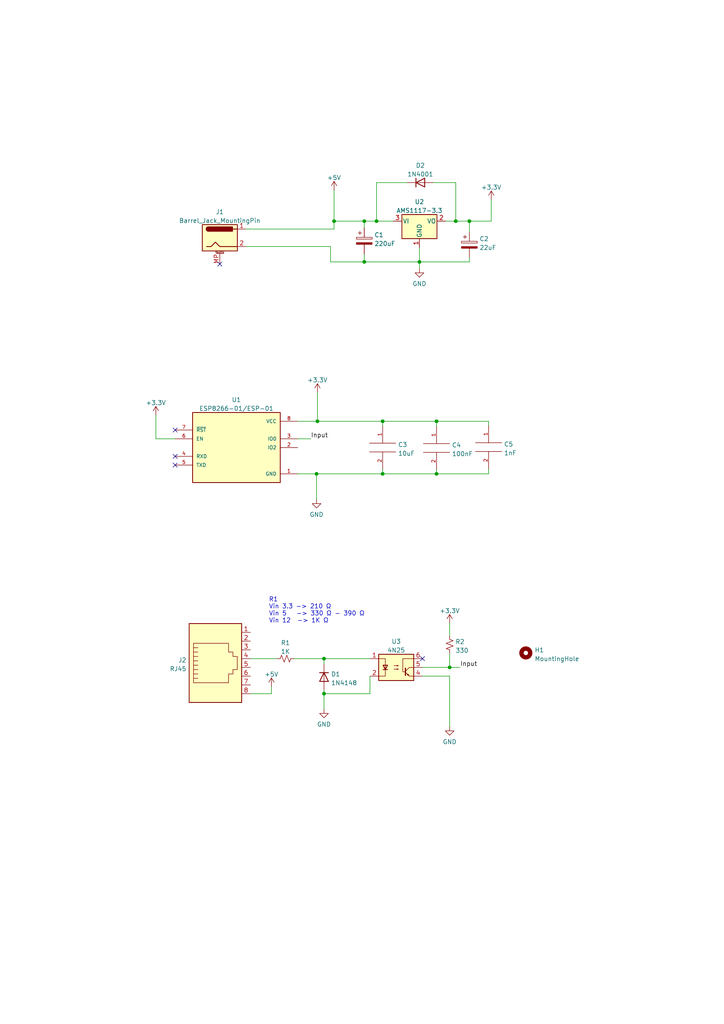
<source format=kicad_sch>
(kicad_sch (version 20211123) (generator eeschema)
  (paper "A4" portrait)
  (lib_symbols
    (symbol "Connector:Barrel_Jack_MountingPin" (pin_names hide)
      (property "Reference" "J" (at 0 5.334 0))
      (property "Value" "Barrel_Jack_MountingPin" (at 1.27 -6.35 0))
      (symbol "Barrel_Jack_MountingPin_0_1"
        (rectangle (start -5.08 3.81) (end 5.08 -3.81) (stroke (width 0.254)) (fill (type background)))
        (arc (start -3.302 3.175) (mid -3.937 2.54) (end -3.302 1.905) (stroke (width 0.254)))
        (arc (start -3.302 3.175) (mid -3.937 2.54) (end -3.302 1.905) (stroke (width 0.254)) (fill (type outline)))
        (polyline (pts (xy 5.08 2.54) (xy 3.81 2.54)) (stroke (width 0.254)))
        (polyline (pts (xy -3.81 -2.54) (xy -2.54 -2.54) (xy -1.27 -1.27) (xy 0 -2.54) (xy 2.54 -2.54) (xy 5.08 -2.54)) (stroke (width 0.254)))
        (rectangle (start 3.683 3.175) (end -3.302 1.905) (stroke (width 0.254)) (fill (type outline)))
      )
      (symbol "Barrel_Jack_MountingPin_1_1"
        (polyline (pts (xy -1.016 -4.572) (xy 1.016 -4.572)) (stroke (width 0.1524)))
        (text "Mounting" (at 0 -4.191 0) (effects (font (size 0.381 0.381))))
        (pin passive line (at 7.62 2.54 180) (length 2.54) (name "~") (number "1"))
        (pin passive line (at 7.62 -2.54 180) (length 2.54) (name "~") (number "2"))
        (pin passive line (at 0 -7.62 90) (length 3.048) (name "MountPin") (number "MP"))
      )
    )
    (symbol "Connector:RJ45" (pin_names (offset 1.016))
      (property "Reference" "J" (at -5.08 13.97 0))
      (property "Value" "RJ45" (at 2.54 13.97 0))
      (symbol "RJ45_0_1"
        (polyline (pts (xy -5.08 4.445) (xy -6.35 4.445)))
        (polyline (pts (xy -5.08 5.715) (xy -6.35 5.715)))
        (polyline (pts (xy -6.35 -3.175) (xy -5.08 -3.175) (xy -5.08 -3.175)))
        (polyline (pts (xy -6.35 -1.905) (xy -5.08 -1.905) (xy -5.08 -1.905)))
        (polyline (pts (xy -6.35 -0.635) (xy -5.08 -0.635) (xy -5.08 -0.635)))
        (polyline (pts (xy -6.35 0.635) (xy -5.08 0.635) (xy -5.08 0.635)))
        (polyline (pts (xy -6.35 1.905) (xy -5.08 1.905) (xy -5.08 1.905)))
        (polyline (pts (xy -5.08 3.175) (xy -6.35 3.175) (xy -6.35 3.175)))
        (polyline (pts (xy -6.35 -4.445) (xy -6.35 6.985) (xy 3.81 6.985) (xy 3.81 4.445) (xy 5.08 4.445) (xy 5.08 3.175) (xy 6.35 3.175) (xy 6.35 -0.635) (xy 5.08 -0.635) (xy 5.08 -1.905) (xy 3.81 -1.905) (xy 3.81 -4.445) (xy -6.35 -4.445) (xy -6.35 -4.445)))
        (rectangle (start 7.62 12.7) (end -7.62 -10.16) (stroke (width 0.254)) (fill (type background)))
      )
      (symbol "RJ45_1_1"
        (pin passive line (at 10.16 -7.62 180) (length 2.54) (name "~") (number "1"))
        (pin passive line (at 10.16 -5.08 180) (length 2.54) (name "~") (number "2"))
        (pin passive line (at 10.16 -2.54 180) (length 2.54) (name "~") (number "3"))
        (pin passive line (at 10.16 0 180) (length 2.54) (name "~") (number "4"))
        (pin passive line (at 10.16 2.54 180) (length 2.54) (name "~") (number "5"))
        (pin passive line (at 10.16 5.08 180) (length 2.54) (name "~") (number "6"))
        (pin passive line (at 10.16 7.62 180) (length 2.54) (name "~") (number "7"))
        (pin passive line (at 10.16 10.16 180) (length 2.54) (name "~") (number "8"))
      )
    )
    (symbol "Device:C_Polarized" (pin_numbers hide) (pin_names (offset 0.254))
      (property "Reference" "C" (at 0.635 2.54 0))
      (property "Value" "C_Polarized" (at 0.635 -2.54 0))
      (symbol "C_Polarized_0_1"
        (rectangle (start -2.286 0.508) (end 2.286 1.016))
        (polyline (pts (xy -1.778 2.286) (xy -0.762 2.286)))
        (polyline (pts (xy -1.27 2.794) (xy -1.27 1.778)))
        (rectangle (start 2.286 -0.508) (end -2.286 -1.016) (fill (type outline)))
      )
      (symbol "C_Polarized_1_1"
        (pin passive line (at 0 3.81 270) (length 2.794) (name "~") (number "1"))
        (pin passive line (at 0 -3.81 90) (length 2.794) (name "~") (number "2"))
      )
    )
    (symbol "Device:R_Small_US" (pin_numbers hide) (pin_names (offset 0.254) hide)
      (property "Reference" "R" (at 0.762 0.508 0))
      (property "Value" "R_Small_US" (at 0.762 -1.016 0))
      (symbol "R_Small_US_1_1"
        (polyline (pts (xy 0 0) (xy 1.016 -0.381) (xy 0 -0.762) (xy -1.016 -1.143) (xy 0 -1.524)))
        (polyline (pts (xy 0 1.524) (xy 1.016 1.143) (xy 0 0.762) (xy -1.016 0.381) (xy 0 0)))
        (pin passive line (at 0 2.54 270) (length 1.016) (name "~") (number "1"))
        (pin passive line (at 0 -2.54 90) (length 1.016) (name "~") (number "2"))
      )
    )
    (symbol "Diode:1N4001" (pin_numbers hide) (pin_names (offset 1.016) hide)
      (property "Reference" "D" (at 0 2.54 0))
      (property "Value" "1N4001" (at 0 -2.54 0))
      (symbol "1N4001_0_1"
        (polyline (pts (xy -1.27 1.27) (xy -1.27 -1.27)) (stroke (width 0.254)))
        (polyline (pts (xy 1.27 0) (xy -1.27 0)))
        (polyline (pts (xy 1.27 1.27) (xy 1.27 -1.27) (xy -1.27 0) (xy 1.27 1.27)) (stroke (width 0.254)))
      )
      (symbol "1N4001_1_1"
        (pin passive line (at -3.81 0 0) (length 2.54) (name "K") (number "1"))
        (pin passive line (at 3.81 0 180) (length 2.54) (name "A") (number "2"))
      )
    )
    (symbol "Diode:1N4148" (pin_numbers hide) (pin_names (offset 1.016) hide)
      (property "Reference" "D" (at 0 2.54 0))
      (property "Value" "1N4148" (at 0 -2.54 0))
      (symbol "1N4148_0_1"
        (polyline (pts (xy -1.27 1.27) (xy -1.27 -1.27)) (stroke (width 0.254)))
        (polyline (pts (xy 1.27 0) (xy -1.27 0)))
        (polyline (pts (xy 1.27 1.27) (xy 1.27 -1.27) (xy -1.27 0) (xy 1.27 1.27)) (stroke (width 0.254)))
      )
      (symbol "1N4148_1_1"
        (pin passive line (at -3.81 0 0) (length 2.54) (name "K") (number "1"))
        (pin passive line (at 3.81 0 180) (length 2.54) (name "A") (number "2"))
      )
    )
    (symbol "ESP8266-01_ESP-01:ESP8266-01{brace}slash}ESP-01" (pin_names (offset 1.016))
      (property "Reference" "U" (at -12.7 10.668 0))
      (property "Value" "ESP8266-01{brace}slash}ESP-01" (at -12.7254 -12.7254 0))
      (symbol "ESP8266-01{brace}slash}ESP-01_0_0"
        (rectangle (start -12.7 -10.16) (end 12.7 10.16) (stroke (width 0.254)) (fill (type background)))
        (pin power_in line (at 17.78 -7.62 180) (length 5.08) (name "GND") (number "1"))
        (pin bidirectional line (at 17.78 0 180) (length 5.08) (name "IO2") (number "2"))
        (pin bidirectional line (at 17.78 2.54 180) (length 5.08) (name "IO0") (number "3"))
        (pin input line (at -17.78 -2.54 0) (length 5.08) (name "RXD") (number "4"))
        (pin output line (at -17.78 -5.08 0) (length 5.08) (name "TXD") (number "5"))
        (pin input line (at -17.78 2.54 0) (length 5.08) (name "EN") (number "6"))
        (pin input line (at -17.78 5.08 0) (length 5.08) (name "~{RST}") (number "7"))
        (pin power_in line (at 17.78 7.62 180) (length 5.08) (name "VCC") (number "8"))
      )
    )
    (symbol "Isolator:4N25" (pin_names (offset 1.016))
      (property "Reference" "U" (at -5.08 5.08 0))
      (property "Value" "4N25" (at 0 5.08 0))
      (symbol "4N25_0_1"
        (rectangle (start -5.08 3.81) (end 5.08 -3.81) (stroke (width 0.254)) (fill (type background)))
        (polyline (pts (xy -3.81 -0.635) (xy -2.54 -0.635)) (stroke (width 0.254)))
        (polyline (pts (xy 2.667 -1.397) (xy 3.81 -2.54)))
        (polyline (pts (xy 2.667 -1.143) (xy 3.81 0)))
        (polyline (pts (xy 3.81 -2.54) (xy 5.08 -2.54)))
        (polyline (pts (xy 3.81 0) (xy 5.08 0)))
        (polyline (pts (xy 2.667 -0.254) (xy 2.667 -2.286) (xy 2.667 -2.286)) (stroke (width 0.3556)))
        (polyline (pts (xy -5.08 -2.54) (xy -3.175 -2.54) (xy -3.175 2.54) (xy -5.08 2.54)))
        (polyline (pts (xy -3.175 -0.635) (xy -3.81 0.635) (xy -2.54 0.635) (xy -3.175 -0.635)) (stroke (width 0.254)))
        (polyline (pts (xy 3.683 -2.413) (xy 3.429 -1.905) (xy 3.175 -2.159) (xy 3.683 -2.413)))
        (polyline (pts (xy 5.08 2.54) (xy 1.905 2.54) (xy 1.905 -1.27) (xy 2.54 -1.27)))
        (polyline (pts (xy -0.635 -0.508) (xy 0.635 -0.508) (xy 0.254 -0.635) (xy 0.254 -0.381) (xy 0.635 -0.508)))
        (polyline (pts (xy -0.635 0.508) (xy 0.635 0.508) (xy 0.254 0.381) (xy 0.254 0.635) (xy 0.635 0.508)))
      )
      (symbol "4N25_1_1"
        (pin passive line (at -7.62 2.54 0) (length 2.54) (name "~") (number "1"))
        (pin passive line (at -7.62 -2.54 0) (length 2.54) (name "~") (number "2"))
        (pin no_connect line (at -5.08 0 0) (length 2.54) hide (name "NC") (number "3"))
        (pin passive line (at 7.62 -2.54 180) (length 2.54) (name "~") (number "4"))
        (pin passive line (at 7.62 0 180) (length 2.54) (name "~") (number "5"))
        (pin passive line (at 7.62 2.54 180) (length 2.54) (name "~") (number "6"))
      )
    )
    (symbol "Mechanical:MountingHole" (pin_names (offset 1.016))
      (property "Reference" "H" (at 0 5.08 0))
      (property "Value" "MountingHole" (at 0 3.175 0))
      (symbol "MountingHole_0_1"
        (circle (center 0 0) (radius 1.27) (stroke (width 1.27)))
      )
    )
    (symbol "Regulator_Linear:AMS1117-3.3" (pin_names (offset 0.254))
      (property "Reference" "U" (at -3.81 3.175 0))
      (property "Value" "AMS1117-3.3" (at 0 3.175 0))
      (symbol "AMS1117-3.3_0_1"
        (rectangle (start -5.08 -5.08) (end 5.08 1.905) (stroke (width 0.254)) (fill (type background)))
      )
      (symbol "AMS1117-3.3_1_1"
        (pin power_in line (at 0 -7.62 90) (length 2.54) (name "GND") (number "1"))
        (pin power_out line (at 7.62 0 180) (length 2.54) (name "VO") (number "2"))
        (pin power_in line (at -7.62 0 0) (length 2.54) (name "VI") (number "3"))
      )
    )
    (symbol "power:+3.3V" (power) (pin_names (offset 0))
      (property "Value" "+3.3V" (at 0 3.556 0))
      (symbol "+3.3V_0_1"
        (polyline (pts (xy -0.762 1.27) (xy 0 2.54)))
        (polyline (pts (xy 0 0) (xy 0 2.54)))
        (polyline (pts (xy 0 2.54) (xy 0.762 1.27)))
      )
      (symbol "+3.3V_1_1"
        (pin power_in line (at 0 0 90) (length 0) hide (name "+3.3V") (number "1"))
      )
    )
    (symbol "power:+5V" (power) (pin_names (offset 0))
      (property "Value" "+5V" (at 0 3.556 0))
      (symbol "+5V_0_1"
        (polyline (pts (xy -0.762 1.27) (xy 0 2.54)))
        (polyline (pts (xy 0 0) (xy 0 2.54)))
        (polyline (pts (xy 0 2.54) (xy 0.762 1.27)))
      )
      (symbol "+5V_1_1"
        (pin power_in line (at 0 0 90) (length 0) hide (name "+5V") (number "1"))
      )
    )
    (symbol "power:GND" (power) (pin_names (offset 0))
      (property "Value" "GND" (at 0 -3.81 0))
      (symbol "GND_0_1"
        (polyline (pts (xy 0 0) (xy 0 -1.27) (xy 1.27 -1.27) (xy 0 -2.54) (xy -1.27 -1.27) (xy 0 -1.27)))
      )
      (symbol "GND_1_1"
        (pin power_in line (at 0 0 270) (length 0) hide (name "GND") (number "1"))
      )
    )
    (symbol "pspice:CAP" (pin_names (offset 0.254))
      (property "Reference" "C" (at 2.54 3.81 90))
      (property "Value" "CAP" (at 2.54 -3.81 90))
      (symbol "CAP_0_1"
        (polyline (pts (xy -3.81 -1.27) (xy 3.81 -1.27)))
        (polyline (pts (xy -3.81 1.27) (xy 3.81 1.27)))
      )
      (symbol "CAP_1_1"
        (pin passive line (at 0 6.35 270) (length 5.08) (name "~") (number "1"))
        (pin passive line (at 0 -6.35 90) (length 5.08) (name "~") (number "2"))
      )
    )
  )
  (junction (at 110.998 122.174))
  (junction (at 126.619 137.414))
  (junction (at 105.664 64.135))
  (junction (at 126.619 122.174))
  (junction (at 110.998 137.414))
  (junction (at 132.207 64.135))
  (junction (at 109.22 64.135))
  (junction (at 93.98 191.008))
  (junction (at 93.98 201.168))
  (junction (at 130.429 193.548))
  (junction (at 105.664 75.946))
  (junction (at 121.666 75.946))
  (junction (at 96.901 64.135))
  (junction (at 92.075 122.174))
  (junction (at 91.821 137.414))
  (junction (at 136.144 64.135))
  (no_connect (at 50.8 134.874))
  (no_connect (at 50.8 132.334))
  (no_connect (at 50.8 124.714))
  (no_connect (at 122.555 191.008))
  (no_connect (at 63.754 76.581))
  (wire (pts (xy 45.212 127.254) (xy 50.8 127.254)))
  (wire (pts (xy 136.144 64.135) (xy 132.207 64.135)))
  (wire (pts (xy 126.619 122.174) (xy 126.619 123.571)))
  (wire (pts (xy 92.075 122.174) (xy 110.998 122.174)))
  (wire (pts (xy 85.344 191.008) (xy 93.98 191.008)))
  (wire (pts (xy 121.666 75.946) (xy 121.666 77.851)))
  (wire (pts (xy 71.374 66.421) (xy 96.901 66.421)))
  (wire (pts (xy 132.207 64.135) (xy 132.207 52.959)))
  (wire (pts (xy 105.664 64.135) (xy 96.901 64.135)))
  (wire (pts (xy 93.98 191.008) (xy 93.98 192.532)))
  (wire (pts (xy 93.98 200.152) (xy 93.98 201.168)))
  (wire (pts (xy 92.075 122.174) (xy 92.075 113.792)))
  (wire (pts (xy 130.429 193.548) (xy 133.477 193.548)))
  (wire (pts (xy 78.74 199.136) (xy 78.74 201.168)))
  (wire (pts (xy 90.17 127.254) (xy 86.36 127.254)))
  (wire (pts (xy 71.374 71.501) (xy 95.885 71.501)))
  (wire (pts (xy 96.901 66.421) (xy 96.901 64.135)))
  (wire (pts (xy 141.732 137.414) (xy 126.619 137.414)))
  (wire (pts (xy 110.998 122.174) (xy 110.998 123.444)))
  (wire (pts (xy 126.619 136.271) (xy 126.619 137.414)))
  (wire (pts (xy 107.315 196.088) (xy 107.315 201.168)))
  (wire (pts (xy 96.901 64.135) (xy 96.901 55.118)))
  (wire (pts (xy 126.619 122.174) (xy 141.732 122.174)))
  (wire (pts (xy 126.619 137.414) (xy 110.998 137.414)))
  (wire (pts (xy 118.11 52.959) (xy 109.22 52.959)))
  (wire (pts (xy 114.046 64.135) (xy 109.22 64.135)))
  (wire (pts (xy 93.98 201.168) (xy 107.315 201.168)))
  (wire (pts (xy 72.644 191.008) (xy 80.264 191.008)))
  (wire (pts (xy 93.98 191.008) (xy 107.315 191.008)))
  (wire (pts (xy 95.885 71.501) (xy 95.885 75.946)))
  (wire (pts (xy 110.998 137.414) (xy 110.998 136.144)))
  (wire (pts (xy 109.22 52.959) (xy 109.22 64.135)))
  (wire (pts (xy 45.212 120.396) (xy 45.212 127.254)))
  (wire (pts (xy 130.429 189.484) (xy 130.429 193.548)))
  (wire (pts (xy 122.555 196.088) (xy 130.429 196.088)))
  (wire (pts (xy 132.207 64.135) (xy 129.286 64.135)))
  (wire (pts (xy 121.666 75.946) (xy 105.664 75.946)))
  (wire (pts (xy 91.821 137.414) (xy 110.998 137.414)))
  (wire (pts (xy 78.74 201.168) (xy 72.644 201.168)))
  (wire (pts (xy 91.821 137.414) (xy 91.821 144.78)))
  (wire (pts (xy 105.664 64.135) (xy 105.664 66.04)))
  (wire (pts (xy 95.885 75.946) (xy 105.664 75.946)))
  (wire (pts (xy 110.998 122.174) (xy 126.619 122.174)))
  (wire (pts (xy 136.144 75.946) (xy 121.666 75.946)))
  (wire (pts (xy 105.664 75.946) (xy 105.664 73.66)))
  (wire (pts (xy 141.732 136.017) (xy 141.732 137.414)))
  (wire (pts (xy 86.36 122.174) (xy 92.075 122.174)))
  (wire (pts (xy 142.494 64.135) (xy 136.144 64.135)))
  (wire (pts (xy 130.429 196.088) (xy 130.429 210.693)))
  (wire (pts (xy 132.207 52.959) (xy 125.73 52.959)))
  (wire (pts (xy 86.36 137.414) (xy 91.821 137.414)))
  (wire (pts (xy 130.429 180.721) (xy 130.429 184.404)))
  (wire (pts (xy 142.494 57.912) (xy 142.494 64.135)))
  (wire (pts (xy 122.555 193.548) (xy 130.429 193.548)))
  (wire (pts (xy 121.666 71.755) (xy 121.666 75.946)))
  (wire (pts (xy 109.22 64.135) (xy 105.664 64.135)))
  (wire (pts (xy 136.144 74.803) (xy 136.144 75.946)))
  (wire (pts (xy 93.98 201.168) (xy 93.98 205.613)))
  (wire (pts (xy 136.144 67.183) (xy 136.144 64.135)))
  (wire (pts (xy 141.732 122.174) (xy 141.732 123.317)))
  (text "R1\nVin 3.3 -> 210 Ω\nVin 5   -> 330 Ω - 390 Ω\nVin 12  -> 1K Ω" (at 77.978 180.848 0) (effects (font (size 1.27 1.27)) (justify left bottom)))
  (label "Input" (at 133.477 193.548 0))
  (label "Input" (at 90.17 127.254 0))
  (symbol (lib_id "power:+3.3V") (at 130.429 180.721 0) (unit 1)
    (property "Reference" "#PWR08" (effects hide))
    (property "Value" "+3.3V" (at 130.429 177.1452 0))
  )
  (symbol (lib_id "Device:C_Polarized") (at 105.664 69.85 0) (unit 1)
    (property "Reference" "C1" (at 108.585 68.1263 0) (effects (justify left)))
    (property "Value" "220uF" (at 108.585 70.6632 0) (effects (justify left)))
    (property "Footprint" "Capacitor_THT:CP_Radial_D7.5mm_P2.50mm" (effects hide))
  )
  (symbol (lib_id "Device:C_Polarized") (at 136.144 70.993 0) (unit 1)
    (property "Reference" "C2" (at 139.065 69.2693 0) (effects (justify left)))
    (property "Value" "22uF" (at 139.065 71.8062 0) (effects (justify left)))
    (property "Footprint" "Capacitor_THT:CP_Radial_D5.0mm_P2.00mm" (effects hide))
  )
  (symbol (lib_id "Device:R_Small_US") (at 130.429 186.944 0) (unit 1)
    (property "Reference" "R2" (at 132.08 186.1093 0) (effects (justify left)))
    (property "Value" "330" (at 132.08 188.6462 0) (effects (justify left)))
    (property "Footprint" "Resistor_THT:R_Axial_DIN0309_L9.0mm_D3.2mm_P12.70mm_Horizontal" (effects hide))
  )
  (symbol (lib_id "pspice:CAP") (at 141.732 129.667 0) (unit 1)
    (property "Reference" "C5" (at 146.177 128.8323 0) (effects (justify left)))
    (property "Value" "1nF" (at 146.177 131.3692 0) (effects (justify left)))
    (property "Footprint" "Capacitor_SMD:C_0805_2012Metric_Pad1.18x1.45mm_HandSolder" (effects hide))
  )
  (symbol (lib_id "power:GND") (at 130.429 210.693 0) (unit 1)
    (property "Reference" "#PWR09" (effects hide))
    (property "Value" "GND" (at 130.429 215.1364 0))
  )
  (symbol (lib_id "pspice:CAP") (at 126.619 129.921 0) (unit 1)
    (property "Reference" "C4" (at 131.064 129.0863 0) (effects (justify left)))
    (property "Value" "100nF" (at 131.064 131.6232 0) (effects (justify left)))
    (property "Footprint" "Capacitor_SMD:C_0805_2012Metric_Pad1.18x1.45mm_HandSolder" (effects hide))
  )
  (symbol (lib_id "power:+3.3V") (at 142.494 57.912 0) (unit 1)
    (property "Reference" "#PWR07" (effects hide))
    (property "Value" "+3.3V" (at 142.494 54.3362 0))
  )
  (symbol (lib_id "ESP8266-01_ESP-01:ESP8266-01{brace}slash}ESP-01") (at 68.58 129.794 0) (unit 1)
    (property "Reference" "U1" (at 68.58 115.9342 0))
    (property "Value" "ESP8266-01{slash}ESP-01" (at 68.58 118.4711 0))
    (property "Footprint" "ESP8266:XCVR_ESP8266-01_ESP-01" (effects hide))
    (property "MAXIMUM_PACKAGE_HEIGHT" "11.2 mm" (effects hide))
    (property "STANDARD" "Manufacturer recommendations or IPC 7351B" (effects hide))
    (property "PARTREV" "V1.2" (effects hide))
    (property "MANUFACTURER" "AI-Thinker" (effects hide))
  )
  (symbol (lib_id "Mechanical:MountingHole") (at 152.527 189.357 0) (unit 1)
    (property "Reference" "H1" (at 155.067 188.5223 0) (effects (justify left)))
    (property "Value" "MountingHole" (at 155.067 191.0592 0) (effects (justify left)))
    (property "Footprint" "MountingHole:MountingHole_3.2mm_M3" (effects hide))
  )
  (symbol (lib_id "Connector:RJ45") (at 62.484 191.008 0) (mirror x) (unit 1)
    (property "Reference" "J2" (at 54.1021 191.4433 0) (effects (justify right)))
    (property "Value" "RJ45" (at 54.1021 193.9802 0) (effects (justify right)))
    (property "Footprint" "Connector_RJ:RJ45_Amphenol_54602-x08_Horizontal" (effects hide))
  )
  (symbol (lib_id "power:+5V") (at 96.901 55.118 0) (unit 1)
    (property "Reference" "#PWR01" (effects hide))
    (property "Value" "+5V" (at 96.901 51.5422 0))
  )
  (symbol (lib_id "power:GND") (at 93.98 205.613 0) (unit 1)
    (property "Reference" "#PWR05" (effects hide))
    (property "Value" "GND" (at 93.98 210.0564 0))
  )
  (symbol (lib_id "Diode:1N4001") (at 121.92 52.959 0) (unit 1)
    (property "Reference" "D2" (at 121.92 47.9892 0))
    (property "Value" "1N4001" (at 121.92 50.5261 0))
    (property "Footprint" "Diode_THT:D_DO-41_SOD81_P10.16mm_Horizontal" (effects hide))
    (property "Datasheet" "http://www.vishay.com/docs/88503/1n4001.pdf" (effects hide))
  )
  (symbol (lib_id "power:GND") (at 121.666 77.851 0) (unit 1)
    (property "Reference" "#PWR06" (effects hide))
    (property "Value" "GND" (at 121.666 82.2944 0))
  )
  (symbol (lib_id "Connector:Barrel_Jack_MountingPin") (at 63.754 68.961 0) (unit 1)
    (property "Reference" "J1" (at 63.754 61.4512 0))
    (property "Value" "Barrel_Jack_MountingPin" (at 63.754 63.9881 0))
    (property "Footprint" "Connector_BarrelJack:BarrelJack_GCT_DCJ200-10-A_Horizontal" (effects hide))
  )
  (symbol (lib_id "Isolator:4N25") (at 114.935 193.548 0) (unit 1)
    (property "Reference" "U3" (at 114.935 186.0382 0))
    (property "Value" "4N25" (at 114.935 188.5751 0))
    (property "Footprint" "Package_DIP:DIP-6_W7.62mm" (effects hide))
    (property "Datasheet" "https://www.vishay.com/docs/83725/4n25.pdf" (effects hide))
  )
  (symbol (lib_id "power:+3.3V") (at 92.075 113.792 0) (unit 1)
    (property "Reference" "#PWR04" (effects hide))
    (property "Value" "+3.3V" (at 92.075 110.2162 0))
  )
  (symbol (lib_id "pspice:CAP") (at 110.998 129.794 0) (unit 1)
    (property "Reference" "C3" (at 115.443 128.9593 0) (effects (justify left)))
    (property "Value" "10uF" (at 115.443 131.4962 0) (effects (justify left)))
    (property "Footprint" "Capacitor_SMD:C_0805_2012Metric_Pad1.18x1.45mm_HandSolder" (effects hide))
  )
  (symbol (lib_id "power:+3.3V") (at 45.212 120.396 0) (unit 1)
    (property "Reference" "#PWR0101" (effects hide))
    (property "Value" "+3.3V" (at 45.212 116.8202 0))
  )
  (symbol (lib_id "Regulator_Linear:AMS1117-3.3") (at 121.666 64.135 0) (unit 1)
    (property "Reference" "U2" (at 121.666 58.5302 0))
    (property "Value" "AMS1117-3.3" (at 121.666 61.0671 0))
    (property "Footprint" "Package_TO_SOT_SMD:SOT-223-3_TabPin2" (effects hide))
    (property "Datasheet" "http://www.advanced-monolithic.com/pdf/ds1117.pdf" (effects hide))
  )
  (symbol (lib_id "power:+5V") (at 78.74 199.136 0) (unit 1)
    (property "Reference" "#PWR02" (effects hide))
    (property "Value" "+5V" (at 78.74 195.5602 0))
  )
  (symbol (lib_id "Diode:1N4148") (at 93.98 196.342 270) (unit 1)
    (property "Reference" "D1" (at 96.012 195.5073 90) (effects (justify left)))
    (property "Value" "1N4148" (at 96.012 198.0442 90) (effects (justify left)))
    (property "Footprint" "Diode_THT:D_DO-35_SOD27_P7.62mm_Horizontal" (effects hide))
    (property "Datasheet" "https://assets.nexperia.com/documents/data-sheet/1N4148_1N4448.pdf" (effects hide))
  )
  (symbol (lib_id "Device:R_Small_US") (at 82.804 191.008 90) (unit 1)
    (property "Reference" "R1" (at 82.804 186.4192 90))
    (property "Value" "1K" (at 82.804 188.9561 90))
    (property "Footprint" "Resistor_THT:R_Axial_DIN0309_L9.0mm_D3.2mm_P12.70mm_Horizontal" (effects hide))
  )
  (symbol (lib_id "power:GND") (at 91.821 144.78 0) (unit 1)
    (property "Reference" "#PWR03" (effects hide))
    (property "Value" "GND" (at 91.821 149.2234 0))
  )
)
</source>
